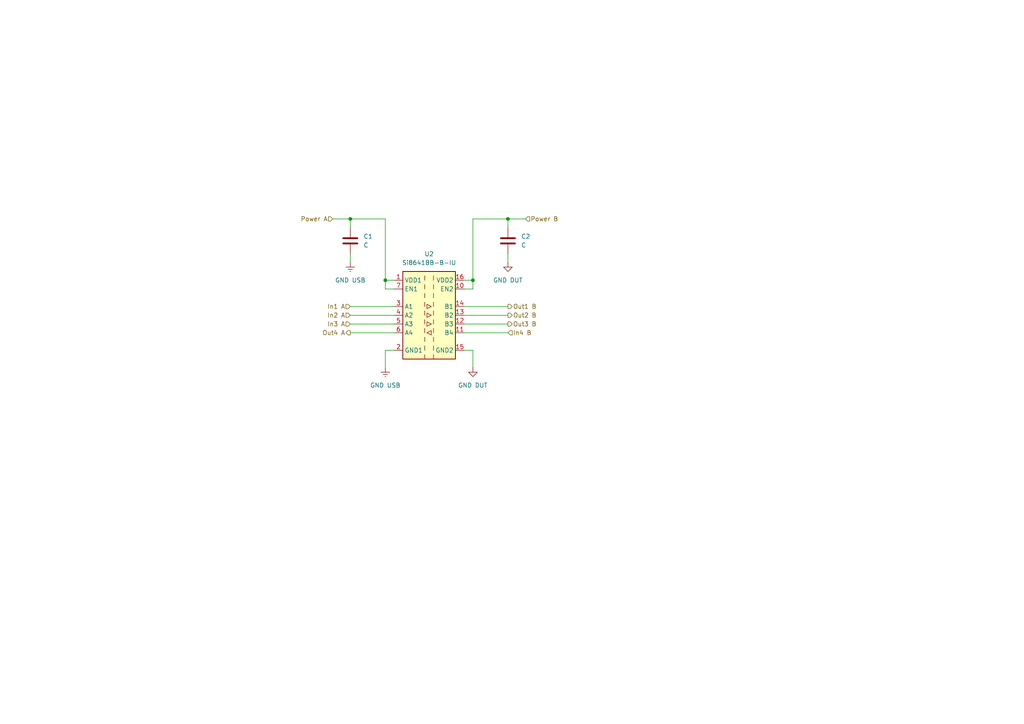
<source format=kicad_sch>
(kicad_sch (version 20231120) (generator "eeschema") (generator_version "8.0")
  (paper "A4")
  (lib_symbols
    (symbol "Device:C" (pin_numbers hide) (pin_names (offset 0.254))
      (property "Reference" "C" (at 0.635 2.54 0))
      (property "Value" "C" (at 0.635 -2.54 0))
      (symbol "C_0_1"
        (polyline (pts (xy -2.032 -0.762) (xy 2.032 -0.762)) (stroke (width 0.508)))
        (polyline (pts (xy -2.032 0.762) (xy 2.032 0.762)) (stroke (width 0.508)))
      )
      (symbol "C_1_1"
        (pin passive line (at 0 3.81 270) (length 2.794) (name "~") (number "1"))
        (pin passive line (at 0 -3.81 90) (length 2.794) (name "~") (number "2"))
      )
    )
    (symbol "Isolator:Si8641BB-B-IU"
      (property "Reference" "U" (at 0 15.875 0))
      (property "Value" "Si8641BB-B-IU" (at 0 13.97 0))
      (symbol "Si8641BB-B-IU_0_1"
        (rectangle (start -7.62 12.7) (end 7.62 -12.7) (stroke (width 0.254)) (fill (type background)))
        (polyline (pts (xy -1.27 -11.43) (xy -1.27 -12.7)))
        (polyline (pts (xy -1.27 -8.89) (xy -1.27 -10.16)))
        (polyline (pts (xy -1.27 -6.35) (xy -1.27 -7.62)))
        (polyline (pts (xy -1.27 -3.81) (xy -1.27 -5.08)))
        (polyline (pts (xy -1.27 -1.27) (xy -1.27 -2.54)))
        (polyline (pts (xy -1.27 1.27) (xy -1.27 0)))
        (polyline (pts (xy -1.27 3.81) (xy -1.27 2.54)))
        (polyline (pts (xy -1.27 6.35) (xy -1.27 5.08)))
        (polyline (pts (xy -1.27 8.89) (xy -1.27 7.62)))
        (polyline (pts (xy -1.27 11.43) (xy -1.27 10.16)))
        (polyline (pts (xy 1.27 -11.43) (xy 1.27 -12.7)))
        (polyline (pts (xy 1.27 -8.89) (xy 1.27 -10.16)))
        (polyline (pts (xy 1.27 -6.35) (xy 1.27 -7.62)))
        (polyline (pts (xy 1.27 -3.81) (xy 1.27 -5.08)))
        (polyline (pts (xy 1.27 -1.27) (xy 1.27 -2.54)))
        (polyline (pts (xy 1.27 1.27) (xy 1.27 0)))
        (polyline (pts (xy 1.27 3.81) (xy 1.27 2.54)))
        (polyline (pts (xy 1.27 6.35) (xy 1.27 5.08)))
        (polyline (pts (xy 1.27 8.89) (xy 1.27 7.62)))
        (polyline (pts (xy 1.27 11.43) (xy 1.27 10.16)))
        (polyline (pts (xy -0.635 -5.08) (xy 0.635 -4.445) (xy 0.635 -5.715) (xy -0.635 -5.08)))
        (polyline (pts (xy -0.635 0.635) (xy -0.635 -0.635) (xy 0.635 0) (xy -0.635 0.635)))
        (polyline (pts (xy -0.635 3.175) (xy -0.635 1.905) (xy 0.635 2.54) (xy -0.635 3.175)))
        (polyline (pts (xy 0.635 -2.54) (xy -0.635 -1.905) (xy -0.635 -3.175) (xy 0.635 -2.54)))
      )
      (symbol "Si8641BB-B-IU_1_1"
        (pin power_in line (at -10.16 10.16 0) (length 2.54) (name "VDD1") (number "1"))
        (pin input line (at 10.16 7.62 180) (length 2.54) (name "EN2") (number "10"))
        (pin input line (at 10.16 -5.08 180) (length 2.54) (name "B4") (number "11"))
        (pin output line (at 10.16 -2.54 180) (length 2.54) (name "B3") (number "12"))
        (pin output line (at 10.16 0 180) (length 2.54) (name "B2") (number "13"))
        (pin output line (at 10.16 2.54 180) (length 2.54) (name "B1") (number "14"))
        (pin power_in line (at 10.16 -10.16 180) (length 2.54) (name "GND2") (number "15"))
        (pin power_in line (at 10.16 10.16 180) (length 2.54) (name "VDD2") (number "16"))
        (pin power_in line (at -10.16 -10.16 0) (length 2.54) (name "GND1") (number "2"))
        (pin input line (at -10.16 2.54 0) (length 2.54) (name "A1") (number "3"))
        (pin input line (at -10.16 0 0) (length 2.54) (name "A2") (number "4"))
        (pin input line (at -10.16 -2.54 0) (length 2.54) (name "A3") (number "5"))
        (pin output line (at -10.16 -5.08 0) (length 2.54) (name "A4") (number "6"))
        (pin input line (at -10.16 7.62 0) (length 2.54) (name "EN1") (number "7"))
        (pin passive line (at -10.16 -10.16 0) (length 2.54) hide (name "GND1") (number "8"))
        (pin passive line (at 10.16 -10.16 180) (length 2.54) hide (name "GND2") (number "9"))
      )
    )
    (symbol "power:Earth" (power) (pin_numbers hide) (pin_names (offset 0) hide)
      (property "Value" "Earth" (at 0 -3.81 0))
      (symbol "Earth_0_1"
        (polyline (pts (xy -0.635 -1.905) (xy 0.635 -1.905)))
        (polyline (pts (xy -0.127 -2.54) (xy 0.127 -2.54)))
        (polyline (pts (xy 0 -1.27) (xy 0 0)))
        (polyline (pts (xy 1.27 -1.27) (xy -1.27 -1.27)))
      )
      (symbol "Earth_1_1"
        (pin power_in line (at 0 0 270) (length 0) (name "~") (number "1"))
      )
    )
    (symbol "power:GND" (power) (pin_numbers hide) (pin_names (offset 0) hide)
      (property "Value" "GND" (at 0 -3.81 0))
      (symbol "GND_0_1"
        (polyline (pts (xy 0 0) (xy 0 -1.27) (xy 1.27 -1.27) (xy 0 -2.54) (xy -1.27 -1.27) (xy 0 -1.27)))
      )
      (symbol "GND_1_1"
        (pin power_in line (at 0 0 270) (length 0) (name "~") (number "1"))
      )
    )
  )
  (junction (at 137.16 81.28))
  (junction (at 147.32 63.5))
  (junction (at 111.76 81.28))
  (junction (at 101.6 63.5))
  (wire (pts (xy 152.4 63.5) (xy 147.32 63.5)))
  (wire (pts (xy 147.32 88.9) (xy 134.62 88.9)))
  (wire (pts (xy 147.32 73.66) (xy 147.32 76.2)))
  (wire (pts (xy 147.32 63.5) (xy 147.32 66.04)))
  (wire (pts (xy 101.6 93.98) (xy 114.3 93.98)))
  (wire (pts (xy 147.32 96.52) (xy 134.62 96.52)))
  (wire (pts (xy 111.76 81.28) (xy 111.76 83.82)))
  (wire (pts (xy 134.62 83.82) (xy 137.16 83.82)))
  (wire (pts (xy 147.32 63.5) (xy 137.16 63.5)))
  (wire (pts (xy 111.76 81.28) (xy 114.3 81.28)))
  (wire (pts (xy 134.62 101.6) (xy 137.16 101.6)))
  (wire (pts (xy 111.76 63.5) (xy 111.76 81.28)))
  (wire (pts (xy 96.52 63.5) (xy 101.6 63.5)))
  (wire (pts (xy 147.32 93.98) (xy 134.62 93.98)))
  (wire (pts (xy 101.6 88.9) (xy 114.3 88.9)))
  (wire (pts (xy 111.76 101.6) (xy 111.76 106.68)))
  (wire (pts (xy 147.32 91.44) (xy 134.62 91.44)))
  (wire (pts (xy 137.16 63.5) (xy 137.16 81.28)))
  (wire (pts (xy 137.16 81.28) (xy 134.62 81.28)))
  (wire (pts (xy 137.16 81.28) (xy 137.16 83.82)))
  (wire (pts (xy 137.16 101.6) (xy 137.16 106.68)))
  (wire (pts (xy 114.3 83.82) (xy 111.76 83.82)))
  (wire (pts (xy 101.6 63.5) (xy 111.76 63.5)))
  (wire (pts (xy 101.6 96.52) (xy 114.3 96.52)))
  (wire (pts (xy 101.6 63.5) (xy 101.6 66.04)))
  (wire (pts (xy 114.3 101.6) (xy 111.76 101.6)))
  (wire (pts (xy 101.6 73.66) (xy 101.6 76.2)))
  (wire (pts (xy 101.6 91.44) (xy 114.3 91.44)))
  (hierarchical_label "Out4 A" (shape output) (at 101.6 96.52 180))
  (hierarchical_label "Out3 B" (shape output) (at 147.32 93.98 0))
  (hierarchical_label "Out1 B" (shape output) (at 147.32 88.9 0))
  (hierarchical_label "In4 B" (shape input) (at 147.32 96.52 0))
  (hierarchical_label "In2 A" (shape input) (at 101.6 91.44 180))
  (hierarchical_label "In3 A" (shape input) (at 101.6 93.98 180))
  (hierarchical_label "In1 A" (shape input) (at 101.6 88.9 180))
  (hierarchical_label "Power B" (shape input) (at 152.4 63.5 0))
  (hierarchical_label "Power A" (shape input) (at 96.52 63.5 180))
  (hierarchical_label "Out2 B" (shape output) (at 147.32 91.44 0))
  (symbol (lib_id "power:Earth") (at 111.76 106.68 0) (unit 1)
    (property "Reference" "#PWR010" (effects (hide yes)))
    (property "Value" "GND USB" (at 111.76 111.76 0))
    (property "Description" "Power symbol creates a global label with name \"Earth\"" (effects (hide yes)))
  )
  (symbol (lib_id "Device:C") (at 101.6 69.85 0) (unit 1)
    (property "Reference" "C1" (at 105.41 68.5799 0) (effects (justify left)))
    (property "Value" "C" (at 105.41 71.1199 0) (effects (justify left)))
    (property "Description" "Unpolarized capacitor" (effects (hide yes)))
  )
  (symbol (lib_id "power:GND") (at 147.32 76.2 0) (unit 1)
    (property "Reference" "#PWR012" (effects (hide yes)))
    (property "Value" "GND DUT" (at 147.32 81.28 0))
    (property "Description" "Power symbol creates a global label with name \"GND\" , ground" (effects (hide yes)))
  )
  (symbol (lib_id "Device:C") (at 147.32 69.85 0) (unit 1)
    (property "Reference" "C2" (at 151.13 68.5799 0) (effects (justify left)))
    (property "Value" "C" (at 151.13 71.1199 0) (effects (justify left)))
    (property "Description" "Unpolarized capacitor" (effects (hide yes)))
  )
  (symbol (lib_id "power:Earth") (at 101.6 76.2 0) (unit 1)
    (property "Reference" "#PWR011" (effects (hide yes)))
    (property "Value" "GND USB" (at 101.6 81.28 0))
    (property "Description" "Power symbol creates a global label with name \"Earth\"" (effects (hide yes)))
  )
  (symbol (lib_id "power:GND") (at 137.16 106.68 0) (unit 1)
    (property "Reference" "#PWR09" (effects (hide yes)))
    (property "Value" "GND DUT" (at 137.16 111.76 0))
    (property "Description" "Power symbol creates a global label with name \"GND\" , ground" (effects (hide yes)))
  )
  (symbol (lib_id "Isolator:Si8641BB-B-IU") (at 124.46 91.44 0) (unit 1)
    (property "Reference" "U2" (at 124.46 73.66 0))
    (property "Value" "Si8641BB-B-IU" (at 124.46 76.2 0))
    (property "Footprint" "Package_SO:QSOP-16_3.9x4.9mm_P0.635mm" (effects (hide yes)))
    (property "Datasheet" "https://www.silabs.com/documents/public/data-sheets/si864x-datasheet.pdf" (effects (hide yes)))
    (property "Description" "Low-Power Quad-Channel Digital Isolator, 150Mbps, 2.5-5.5V, 2.5kV isolation, Fail-Safe Low, QSOP-16" (effects (hide yes)))
  )
)
</source>
